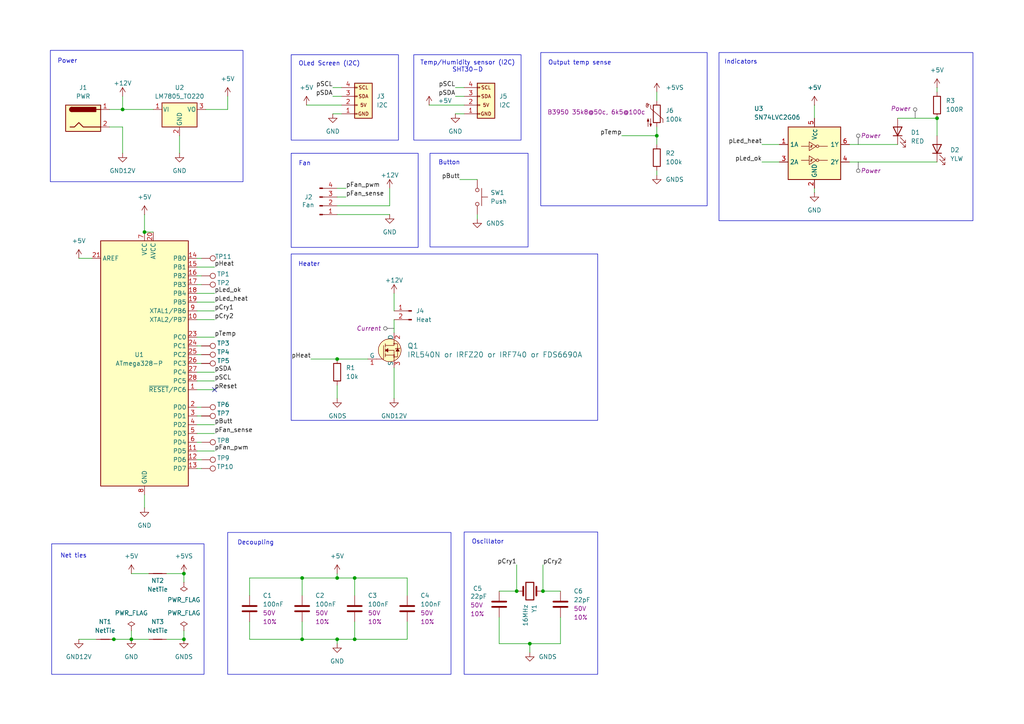
<source format=kicad_sch>
(kicad_sch (version 20231120) (generator "eeschema") (generator_version "8.0")
  (paper "A4")
  (lib_symbols
    (symbol "74xGxx:SN74LVC2G14DBV"
      (property "Reference" "U" (at 2.54 12.7 0))
      (property "Value" "SN74LVC2G14DBV" (at 2.54 10.16 0))
      (symbol "SN74LVC2G14DBV_1_1"
        (rectangle (start -7.62 7.62) (end 7.62 -7.62) (stroke (width 0.254)) (fill (type background)))
        (polyline (pts (xy -1.524 -2.032) (xy -3.81 -2.032)))
        (polyline (pts (xy -1.524 2.032) (xy -3.81 2.032)))
        (polyline (pts (xy -0.762 -1.778) (xy -0.508 -1.778)))
        (polyline (pts (xy -0.762 2.286) (xy -0.508 2.286)))
        (polyline (pts (xy 1.27 -2.032) (xy 3.81 -2.032)))
        (polyline (pts (xy 1.27 2.032) (xy 3.81 2.032)))
        (polyline (pts (xy -1.524 -0.762) (xy 0.508 -2.032) (xy -1.524 -3.302) (xy -1.524 -0.762)))
        (polyline (pts (xy -1.524 3.302) (xy 0.508 2.032) (xy -1.524 0.762) (xy -1.524 3.302)))
        (polyline (pts (xy -1.016 -2.286) (xy -1.016 -1.778) (xy -0.762 -1.778) (xy -0.762 -2.286) (xy -1.27 -2.286)))
        (polyline (pts (xy -1.016 1.778) (xy -1.016 2.286) (xy -0.762 2.286) (xy -0.762 1.778) (xy -1.27 1.778)))
        (circle (center 0.889 -2.032) (radius 0.381))
        (circle (center 0.889 2.032) (radius 0.381))
        (pin input line (at -10.16 2.54 0) (length 2.54) (name "1A") (number "1"))
        (pin power_in line (at 0 -10.16 90) (length 2.54) (name "GND") (number "2"))
        (pin input line (at -10.16 -2.54 0) (length 2.54) (name "2A") (number "3"))
        (pin output line (at 10.16 -2.54 180) (length 2.54) (name "2Y") (number "4"))
        (pin power_in line (at 0 10.16 270) (length 2.54) (name "V_{CC}") (number "5"))
        (pin output line (at 10.16 2.54 180) (length 2.54) (name "1Y") (number "6"))
      )
    )
    (symbol "Connector:Barrel_Jack" (pin_names (offset 1.016))
      (property "Reference" "J4" (at 0 8.89 0))
      (property "Value" "Barrel_Jack" (at 0 6.35 0))
      (symbol "Barrel_Jack_0_1"
        (rectangle (start -5.08 3.81) (end 5.08 -3.81) (stroke (width 0.254)) (fill (type background)))
        (arc (start -3.302 3.175) (mid -3.9343 2.54) (end -3.302 1.905) (stroke (width 0.254)))
        (arc (start -3.302 3.175) (mid -3.9343 2.54) (end -3.302 1.905) (stroke (width 0.254)) (fill (type outline)))
        (polyline (pts (xy 5.08 2.54) (xy 3.81 2.54)) (stroke (width 0.254)))
        (polyline (pts (xy -3.81 -2.54) (xy -2.54 -2.54) (xy -1.27 -1.27) (xy 0 -2.54) (xy 2.54 -2.54) (xy 5.08 -2.54)) (stroke (width 0.254)))
        (rectangle (start 3.683 3.175) (end -3.302 1.905) (stroke (width 0.254)) (fill (type outline)))
      )
      (symbol "Barrel_Jack_1_1"
        (pin power_out line (at 7.62 2.54 180) (length 2.54) (name "~") (number "1"))
        (pin power_out line (at 7.62 -2.54 180) (length 2.54) (name "~") (number "2"))
      )
    )
    (symbol "Connector:Conn_01x02_Pin" (pin_names (offset 1.016) hide)
      (property "Reference" "J" (at 0 2.54 0))
      (property "Value" "Conn_01x02_Pin" (at 0 -5.08 0))
      (symbol "Conn_01x02_Pin_1_1"
        (polyline (pts (xy 1.27 -2.54) (xy 0.8636 -2.54)) (stroke (width 0.1524)))
        (polyline (pts (xy 1.27 0) (xy 0.8636 0)) (stroke (width 0.1524)))
        (rectangle (start 0.8636 -2.413) (end 0 -2.667) (stroke (width 0.1524)) (fill (type outline)))
        (rectangle (start 0.8636 0.127) (end 0 -0.127) (stroke (width 0.1524)) (fill (type outline)))
        (pin passive line (at 5.08 0 180) (length 3.81) (name "Pin_1") (number "1"))
        (pin passive line (at 5.08 -2.54 180) (length 3.81) (name "Pin_2") (number "2"))
      )
    )
    (symbol "Connector:Conn_01x04_Pin" (pin_names (offset 1.016) hide)
      (property "Reference" "J" (at 0 5.08 0))
      (property "Value" "Conn_01x04_Pin" (at 0 -7.62 0))
      (symbol "Conn_01x04_Pin_1_1"
        (polyline (pts (xy 1.27 -5.08) (xy 0.8636 -5.08)) (stroke (width 0.1524)))
        (polyline (pts (xy 1.27 -2.54) (xy 0.8636 -2.54)) (stroke (width 0.1524)))
        (polyline (pts (xy 1.27 0) (xy 0.8636 0)) (stroke (width 0.1524)))
        (polyline (pts (xy 1.27 2.54) (xy 0.8636 2.54)) (stroke (width 0.1524)))
        (rectangle (start 0.8636 -4.953) (end 0 -5.207) (stroke (width 0.1524)) (fill (type outline)))
        (rectangle (start 0.8636 -2.413) (end 0 -2.667) (stroke (width 0.1524)) (fill (type outline)))
        (rectangle (start 0.8636 0.127) (end 0 -0.127) (stroke (width 0.1524)) (fill (type outline)))
        (rectangle (start 0.8636 2.667) (end 0 2.413) (stroke (width 0.1524)) (fill (type outline)))
        (pin passive line (at 5.08 2.54 180) (length 3.81) (name "Pin_1") (number "1"))
        (pin passive line (at 5.08 0 180) (length 3.81) (name "Pin_2") (number "2"))
        (pin passive line (at 5.08 -2.54 180) (length 3.81) (name "Pin_3") (number "3"))
        (pin passive line (at 5.08 -5.08 180) (length 3.81) (name "Pin_4") (number "4"))
      )
    )
    (symbol "Device:Crystal" (pin_numbers hide) (pin_names (offset 1.016) hide)
      (property "Reference" "Y" (at 0 3.81 0))
      (property "Value" "Crystal" (at 0 -3.81 0))
      (symbol "Crystal_0_1"
        (rectangle (start -1.143 2.54) (end 1.143 -2.54) (stroke (width 0.3048)))
        (polyline (pts (xy -2.54 0) (xy -1.905 0)))
        (polyline (pts (xy -1.905 -1.27) (xy -1.905 1.27)) (stroke (width 0.508)))
        (polyline (pts (xy 1.905 -1.27) (xy 1.905 1.27)) (stroke (width 0.508)))
        (polyline (pts (xy 2.54 0) (xy 1.905 0)))
      )
      (symbol "Crystal_1_1"
        (pin passive line (at -3.81 0 0) (length 1.27) (name "1") (number "1"))
        (pin passive line (at 3.81 0 180) (length 1.27) (name "2") (number "2"))
      )
    )
    (symbol "Device:NetTie_2" (pin_numbers hide) (pin_names (offset 0) hide) (in_bom no)
      (property "Reference" "NT" (at 0 1.27 0))
      (property "Value" "NetTie_2" (at 0 -1.27 0))
      (symbol "NetTie_2_0_1"
        (polyline (pts (xy -1.27 0) (xy 1.27 0)) (stroke (width 0.254)))
      )
      (symbol "NetTie_2_1_1"
        (pin passive line (at -2.54 0 0) (length 2.54) (name "1") (number "1"))
        (pin passive line (at 2.54 0 180) (length 2.54) (name "2") (number "2"))
      )
    )
    (symbol "Device:R" (pin_numbers hide) (pin_names (offset 0))
      (property "Reference" "R" (at 2.032 0 90))
      (property "Value" "R" (at 0 0 90))
      (symbol "R_0_1"
        (rectangle (start -1.016 -2.54) (end 1.016 2.54) (stroke (width 0.254)))
      )
      (symbol "R_1_1"
        (pin passive line (at 0 3.81 270) (length 1.27) (name "~") (number "1"))
        (pin passive line (at 0 -3.81 90) (length 1.27) (name "~") (number "2"))
      )
    )
    (symbol "Device:Thermistor_NTC" (pin_numbers hide) (pin_names (offset 0))
      (property "Reference" "TH" (at -4.445 0 90))
      (property "Value" "Thermistor_NTC" (at 3.175 0 90))
      (symbol "Thermistor_NTC_0_1"
        (arc (start -3.048 2.159) (mid -3.0495 2.3143) (end -3.175 2.413))
        (arc (start -3.048 2.159) (mid -2.9736 1.9794) (end -2.794 1.905))
        (arc (start -3.048 2.794) (mid -2.9736 2.6144) (end -2.794 2.54))
        (arc (start -2.794 1.905) (mid -2.6144 1.9794) (end -2.54 2.159))
        (arc (start -2.794 2.54) (mid -2.4393 2.5587) (end -2.159 2.794))
        (arc (start -2.794 3.048) (mid -2.9736 2.9736) (end -3.048 2.794))
        (arc (start -2.54 2.794) (mid -2.6144 2.9736) (end -2.794 3.048))
        (rectangle (start -1.016 2.54) (end 1.016 -2.54) (stroke (width 0.254)))
        (polyline (pts (xy -2.54 2.159) (xy -2.54 2.794)))
        (polyline (pts (xy -1.778 2.54) (xy -1.778 1.524) (xy 1.778 -1.524) (xy 1.778 -2.54)))
        (polyline (pts (xy -2.54 -3.683) (xy -2.54 -1.397) (xy -2.794 -2.159) (xy -2.286 -2.159) (xy -2.54 -1.397) (xy -2.54 -1.651)) (fill (type outline)))
        (polyline (pts (xy -1.778 -1.397) (xy -1.778 -3.683) (xy -2.032 -2.921) (xy -1.524 -2.921) (xy -1.778 -3.683) (xy -1.778 -3.429)) (fill (type outline)))
      )
      (symbol "Thermistor_NTC_1_1"
        (pin passive line (at 0 3.81 270) (length 1.27) (name "~") (number "1"))
        (pin passive line (at 0 -3.81 90) (length 1.27) (name "~") (number "2"))
      )
    )
    (symbol "MCU_Microchip_ATmega:ATmega328-P"
      (property "Reference" "U" (at -12.7 36.83 0))
      (property "Value" "ATmega328-P" (at 2.54 -36.83 0))
      (symbol "ATmega328-P_0_1"
        (rectangle (start -12.7 -35.56) (end 12.7 35.56) (stroke (width 0.254)) (fill (type background)))
      )
      (symbol "ATmega328-P_1_1"
        (pin bidirectional line (at 15.24 -7.62 180) (length 2.54) (name "~{RESET}/PC6") (number "1"))
        (pin bidirectional line (at 15.24 12.7 180) (length 2.54) (name "XTAL2/PB7") (number "10"))
        (pin bidirectional line (at 15.24 -25.4 180) (length 2.54) (name "PD5") (number "11"))
        (pin bidirectional line (at 15.24 -27.94 180) (length 2.54) (name "PD6") (number "12"))
        (pin bidirectional line (at 15.24 -30.48 180) (length 2.54) (name "PD7") (number "13"))
        (pin bidirectional line (at 15.24 30.48 180) (length 2.54) (name "PB0") (number "14"))
        (pin bidirectional line (at 15.24 27.94 180) (length 2.54) (name "PB1") (number "15"))
        (pin bidirectional line (at 15.24 25.4 180) (length 2.54) (name "PB2") (number "16"))
        (pin bidirectional line (at 15.24 22.86 180) (length 2.54) (name "PB3") (number "17"))
        (pin bidirectional line (at 15.24 20.32 180) (length 2.54) (name "PB4") (number "18"))
        (pin bidirectional line (at 15.24 17.78 180) (length 2.54) (name "PB5") (number "19"))
        (pin bidirectional line (at 15.24 -12.7 180) (length 2.54) (name "PD0") (number "2"))
        (pin power_in line (at 2.54 38.1 270) (length 2.54) (name "AVCC") (number "20"))
        (pin passive line (at -15.24 30.48 0) (length 2.54) (name "AREF") (number "21"))
        (pin passive line (at 0 -38.1 90) (length 2.54) hide (name "GND") (number "22"))
        (pin bidirectional line (at 15.24 7.62 180) (length 2.54) (name "PC0") (number "23"))
        (pin bidirectional line (at 15.24 5.08 180) (length 2.54) (name "PC1") (number "24"))
        (pin bidirectional line (at 15.24 2.54 180) (length 2.54) (name "PC2") (number "25"))
        (pin bidirectional line (at 15.24 0 180) (length 2.54) (name "PC3") (number "26"))
        (pin bidirectional line (at 15.24 -2.54 180) (length 2.54) (name "PC4") (number "27"))
        (pin bidirectional line (at 15.24 -5.08 180) (length 2.54) (name "PC5") (number "28"))
        (pin bidirectional line (at 15.24 -15.24 180) (length 2.54) (name "PD1") (number "3"))
        (pin bidirectional line (at 15.24 -17.78 180) (length 2.54) (name "PD2") (number "4"))
        (pin bidirectional line (at 15.24 -20.32 180) (length 2.54) (name "PD3") (number "5"))
        (pin bidirectional line (at 15.24 -22.86 180) (length 2.54) (name "PD4") (number "6"))
        (pin power_in line (at 0 38.1 270) (length 2.54) (name "VCC") (number "7"))
        (pin power_in line (at 0 -38.1 90) (length 2.54) (name "GND") (number "8"))
        (pin bidirectional line (at 15.24 15.24 180) (length 2.54) (name "XTAL1/PB6") (number "9"))
      )
    )
    (symbol "Regulator_Linear:LM7805_TO220" (pin_names (offset 0.254))
      (property "Reference" "U" (at -3.81 3.175 0))
      (property "Value" "LM7805_TO220" (at 0 3.175 0))
      (symbol "LM7805_TO220_0_1"
        (rectangle (start -5.08 1.905) (end 5.08 -5.08) (stroke (width 0.254)) (fill (type background)))
      )
      (symbol "LM7805_TO220_1_1"
        (pin power_in line (at -7.62 0 0) (length 2.54) (name "VI") (number "1"))
        (pin power_in line (at 0 -7.62 90) (length 2.54) (name "GND") (number "2"))
        (pin power_out line (at 7.62 0 180) (length 2.54) (name "VO") (number "3"))
      )
    )
    (symbol "SparkFun-Capacitor:22uF_1206_50V_10%" (pin_numbers hide) (pin_names (offset 0.254))
      (property "Reference" "C" (at 0.635 2.54 0))
      (property "Value" "22uF" (at 0.635 -2.54 0))
      (property "Voltage" "50V" (at 0 -6.35 0))
      (property "Tolerance" "10%" (at 0 -8.89 0))
      (symbol "22uF_1206_50V_10%_0_1"
        (polyline (pts (xy -2.032 -0.762) (xy 2.032 -0.762)) (stroke (width 0.508)))
        (polyline (pts (xy -2.032 0.762) (xy 2.032 0.762)) (stroke (width 0.508)))
      )
      (symbol "22uF_1206_50V_10%_1_1"
        (pin passive line (at 0 3.81 270) (length 2.794) (name "~") (number "1"))
        (pin passive line (at 0 -3.81 90) (length 2.794) (name "~") (number "2"))
      )
    )
    (symbol "SparkFun-Connector:I2C_01x04" (pin_names (offset 1.016) hide)
      (property "Reference" "J1" (at 5.08 0.0001 0))
      (property "Value" "I2C" (at 5.08 -2.5399 0))
      (symbol "I2C_01x04_1_1"
        (rectangle (start -1.27 -4.953) (end -0.508 -5.207) (stroke (width 0.1524)))
        (rectangle (start -1.27 -2.413) (end -0.508 -2.667) (stroke (width 0.1524)))
        (rectangle (start -1.27 0.127) (end -0.508 -0.127) (stroke (width 0.1524)))
        (rectangle (start -1.27 2.667) (end -0.508 2.413) (stroke (width 0.1524)))
        (rectangle (start -1.27 3.81) (end 3.81 -6.35) (stroke (width 0.254)) (fill (type background)))
        (text "5V" (at 1.27 -2.54 0) (effects (font (size 1 1))))
        (text "GND" (at 1.27 -5.08 0) (effects (font (size 1 1))))
        (text "SCL" (at 1.27 2.54 0) (effects (font (size 1 1))))
        (text "SDA" (at 1.27 0 0) (effects (font (size 1 1))))
        (pin passive line (at -5.08 -5.08 0) (length 3.81) (name "Pin_1") (number "1"))
        (pin passive line (at -5.08 -2.54 0) (length 3.81) (name "Pin_2") (number "2"))
        (pin passive line (at -5.08 0 0) (length 3.81) (name "Pin_3") (number "3"))
        (pin passive line (at -5.08 2.54 0) (length 3.81) (name "Pin_4") (number "4"))
      )
    )
    (symbol "SparkFun-Connector:TestPoint_PTH" (pin_numbers hide) (pin_names (offset 0.762) hide)
      (property "Reference" "TP" (at 0 5.08 0))
      (symbol "TestPoint_PTH_0_1"
        (circle (center 0 3.302) (radius 0.762))
      )
      (symbol "TestPoint_PTH_1_1"
        (pin passive line (at 0 0 90) (length 2.54) (name "1") (number "1"))
      )
    )
    (symbol "SparkFun-LED:LED" (pin_numbers hide) (pin_names (offset 1.016) hide)
      (property "Reference" "D" (at 0 2.54 0))
      (property "Value" "LED" (at 0 -2.54 0))
      (symbol "LED_0_1"
        (polyline (pts (xy -1.27 -1.27) (xy -1.27 1.27)) (stroke (width 0.254)))
        (polyline (pts (xy -1.27 0) (xy 1.27 0)))
        (polyline (pts (xy 1.27 -1.27) (xy 1.27 1.27) (xy -1.27 0) (xy 1.27 -1.27)) (stroke (width 0.254)))
        (polyline (pts (xy -3.048 -0.762) (xy -4.572 -2.286) (xy -3.81 -2.286) (xy -4.572 -2.286) (xy -4.572 -1.524)))
        (polyline (pts (xy -1.778 -0.762) (xy -3.302 -2.286) (xy -2.54 -2.286) (xy -3.302 -2.286) (xy -3.302 -1.524)))
      )
      (symbol "LED_1_1"
        (pin passive line (at -3.81 0 0) (length 2.54) (name "K") (number "1"))
        (pin passive line (at 3.81 0 180) (length 2.54) (name "A") (number "2"))
      )
    )
    (symbol "SparkFun-PowerSymbol:12V" (power) (pin_names (offset 0))
      (property "Value" "12V" (at 0 3.81 0))
      (symbol "12V_0_1"
        (polyline (pts (xy -0.762 1.27) (xy 0 2.54)))
        (polyline (pts (xy 0 0) (xy 0 2.54)))
        (polyline (pts (xy 0 2.54) (xy 0.762 1.27)))
      )
      (symbol "12V_1_1"
        (pin power_in line (at 0 0 90) (length 0) hide (name "12V") (number "1"))
      )
    )
    (symbol "Switch:SW_Push" (pin_numbers hide) (pin_names (offset 1.016) hide)
      (property "Reference" "SW" (at 1.27 2.54 0))
      (property "Value" "SW_Push" (at 0 -1.524 0))
      (symbol "SW_Push_0_1"
        (circle (center -2.032 0) (radius 0.508))
        (polyline (pts (xy 0 1.27) (xy 0 3.048)))
        (polyline (pts (xy 2.54 1.27) (xy -2.54 1.27)))
        (circle (center 2.032 0) (radius 0.508))
        (pin passive line (at -5.08 0 0) (length 2.54) (name "1") (number "1"))
        (pin passive line (at 5.08 0 180) (length 2.54) (name "2") (number "2"))
      )
    )
    (symbol "TestPoint_PTH_1" (pin_numbers hide) (pin_names (offset 0.762) hide)
      (property "Reference" "TP" (at 0 5.08 0))
      (symbol "TestPoint_PTH_1_0_1"
        (circle (center 0 3.302) (radius 0.762))
      )
      (symbol "TestPoint_PTH_1_1_1"
        (pin passive line (at 0 0 90) (length 2.54) (name "1") (number "1"))
      )
    )
    (symbol "dk_Transistors-FETs-MOSFETs-Single:IRF540NPBF" (pin_names (offset 0))
      (property "Reference" "Q" (at -2.6924 3.6322 0))
      (property "Value" "IRF540NPBF" (at 3.4544 0 90))
      (symbol "IRF540NPBF_0_1"
        (circle (center -1.27 0) (radius 3.302) (fill (type background)))
        (circle (center 0 -1.905) (radius 0.127))
        (circle (center 0 -1.397) (radius 0.127))
        (polyline (pts (xy 0 -1.397) (xy -2.54 -1.397)))
        (polyline (pts (xy 0.508 0.508) (xy 0.3556 0.3556)))
        (polyline (pts (xy 1.524 0.508) (xy 1.7272 0.6604)))
        (polyline (pts (xy -5.08 -2.54) (xy -3.048 -2.54) (xy -3.048 1.397)))
        (polyline (pts (xy 0 -2.54) (xy 0 0) (xy -2.54 0)))
        (polyline (pts (xy 0 2.54) (xy 0 1.397) (xy -2.54 1.397)))
        (polyline (pts (xy -0.127 -1.905) (xy 1.016 -1.905) (xy 1.016 1.397) (xy 1.016 1.905) (xy -0.127 1.905)))
        (circle (center 0 1.905) (radius 0.127))
      )
      (symbol "IRF540NPBF_1_1"
        (polyline (pts (xy -2.54 -1.397) (xy -2.54 -1.905)))
        (polyline (pts (xy -2.54 -1.397) (xy -2.54 -0.889)))
        (polyline (pts (xy -2.54 0) (xy -2.54 -0.508)))
        (polyline (pts (xy -2.54 0) (xy -2.54 0.508)))
        (polyline (pts (xy -2.54 1.905) (xy -2.54 0.889)))
        (polyline (pts (xy 1.524 0.508) (xy 0.508 0.508)))
        (polyline (pts (xy -2.54 0) (xy -1.778 0.508) (xy -1.778 -0.508) (xy -2.54 0)) (fill (type outline)))
        (polyline (pts (xy 1.016 0.508) (xy 0.508 -0.254) (xy 1.524 -0.254) (xy 1.016 0.508)) (fill (type outline)))
        (pin bidirectional line (at -7.62 -2.54 0) (length 2.54) (name "G") (number "1"))
        (pin bidirectional line (at 0 5.08 270) (length 2.54) (name "D") (number "2"))
        (pin bidirectional line (at 0 -5.08 90) (length 2.54) (name "S") (number "3"))
      )
    )
    (symbol "power:+5V" (power) (pin_numbers hide) (pin_names (offset 0) hide)
      (property "Value" "+5V" (at 0 3.556 0))
      (symbol "+5V_0_1"
        (polyline (pts (xy -0.762 1.27) (xy 0 2.54)))
        (polyline (pts (xy 0 0) (xy 0 2.54)))
        (polyline (pts (xy 0 2.54) (xy 0.762 1.27)))
      )
      (symbol "+5V_1_1"
        (pin power_in line (at 0 0 90) (length 0) (name "~") (number "1"))
      )
    )
    (symbol "power:GND" (power) (pin_numbers hide) (pin_names (offset 0) hide)
      (property "Value" "GND" (at 0 -3.81 0))
      (symbol "GND_0_1"
        (polyline (pts (xy 0 0) (xy 0 -1.27) (xy 1.27 -1.27) (xy 0 -2.54) (xy -1.27 -1.27) (xy 0 -1.27)))
      )
      (symbol "GND_1_1"
        (pin power_in line (at 0 0 270) (length 0) (name "~") (number "1"))
      )
    )
    (symbol "power:PWR_FLAG" (power) (pin_numbers hide) (pin_names (offset 0) hide)
      (property "Value" "PWR_FLAG" (at 0 3.81 0))
      (symbol "PWR_FLAG_0_0"
        (pin power_out line (at 0 0 90) (length 0) (name "~") (number "1"))
      )
      (symbol "PWR_FLAG_0_1"
        (polyline (pts (xy 0 0) (xy 0 1.27) (xy -1.016 1.905) (xy 0 2.54) (xy 1.016 1.905) (xy 0 1.27)))
      )
    )
  )
  (junction (at 97.79 167.64))
  (junction (at 35.56 31.75))
  (junction (at 87.63 185.42))
  (junction (at 33.02 185.42))
  (junction (at 149.86 171.45))
  (junction (at 38.1 185.42))
  (junction (at 153.67 186.69))
  (junction (at 53.34 166.37))
  (junction (at 102.87 185.42))
  (junction (at 97.79 104.14))
  (junction (at 53.34 185.42))
  (junction (at 41.91 67.31))
  (junction (at 87.63 167.64))
  (junction (at 157.48 171.45))
  (junction (at 271.78 34.29))
  (junction (at 190.5 39.37))
  (junction (at 97.79 185.42))
  (junction (at 102.87 167.64))
  (no_connect (at 62.23 113.03))
  (wire (pts (xy 236.22 55.88) (xy 236.22 54.61)))
  (wire (pts (xy 157.48 163.83) (xy 157.48 171.45)))
  (wire (pts (xy 114.3 106.68) (xy 114.3 115.57)))
  (wire (pts (xy 35.56 36.83) (xy 35.56 44.45)))
  (wire (pts (xy 90.17 104.14) (xy 97.79 104.14)))
  (wire (pts (xy 144.78 171.45) (xy 149.86 171.45)))
  (wire (pts (xy 97.79 186.69) (xy 97.79 185.42)))
  (wire (pts (xy 124.46 30.48) (xy 134.62 30.48)))
  (wire (pts (xy 102.87 167.64) (xy 118.11 167.64)))
  (wire (pts (xy 57.15 130.81) (xy 62.23 130.81)))
  (wire (pts (xy 236.22 34.29) (xy 236.22 30.48)))
  (wire (pts (xy 87.63 167.64) (xy 72.39 167.64)))
  (wire (pts (xy 57.15 80.01) (xy 58.42 80.01)))
  (wire (pts (xy 53.34 182.88) (xy 53.34 185.42)))
  (wire (pts (xy 102.87 185.42) (xy 97.79 185.42)))
  (wire (pts (xy 246.38 41.91) (xy 260.35 41.91)))
  (wire (pts (xy 149.86 163.83) (xy 149.86 171.45)))
  (wire (pts (xy 114.3 85.09) (xy 114.3 90.17)))
  (wire (pts (xy 220.98 46.99) (xy 226.06 46.99)))
  (wire (pts (xy 57.15 120.65) (xy 58.42 120.65)))
  (wire (pts (xy 180.34 39.37) (xy 190.5 39.37)))
  (wire (pts (xy 271.78 25.4) (xy 271.78 26.67)))
  (wire (pts (xy 132.08 25.4) (xy 134.62 25.4)))
  (wire (pts (xy 57.15 110.49) (xy 62.23 110.49)))
  (wire (pts (xy 246.38 46.99) (xy 271.78 46.99)))
  (wire (pts (xy 153.67 189.23) (xy 153.67 186.69)))
  (wire (pts (xy 133.35 52.07) (xy 138.43 52.07)))
  (wire (pts (xy 113.03 62.23) (xy 97.79 62.23)))
  (wire (pts (xy 41.91 143.51) (xy 41.91 147.32)))
  (wire (pts (xy 35.56 27.94) (xy 35.56 31.75)))
  (wire (pts (xy 57.15 125.73) (xy 62.23 125.73)))
  (wire (pts (xy 118.11 185.42) (xy 102.87 185.42)))
  (wire (pts (xy 57.15 113.03) (xy 62.23 113.03)))
  (wire (pts (xy 96.52 27.94) (xy 99.06 27.94)))
  (wire (pts (xy 114.3 92.71) (xy 114.3 96.52)))
  (wire (pts (xy 144.78 186.69) (xy 153.67 186.69)))
  (wire (pts (xy 87.63 185.42) (xy 97.79 185.42)))
  (wire (pts (xy 97.79 167.64) (xy 87.63 167.64)))
  (wire (pts (xy 190.5 49.53) (xy 190.5 50.8)))
  (wire (pts (xy 97.79 111.76) (xy 97.79 115.57)))
  (wire (pts (xy 53.34 166.37) (xy 53.34 168.91)))
  (wire (pts (xy 132.08 27.94) (xy 134.62 27.94)))
  (wire (pts (xy 97.79 104.14) (xy 106.68 104.14)))
  (wire (pts (xy 190.5 39.37) (xy 190.5 41.91)))
  (wire (pts (xy 113.03 59.69) (xy 97.79 59.69)))
  (wire (pts (xy 66.04 31.75) (xy 59.69 31.75)))
  (wire (pts (xy 162.56 186.69) (xy 153.67 186.69)))
  (wire (pts (xy 57.15 135.89) (xy 58.42 135.89)))
  (wire (pts (xy 57.15 102.87) (xy 58.42 102.87)))
  (wire (pts (xy 57.15 97.79) (xy 62.23 97.79)))
  (wire (pts (xy 41.91 67.31) (xy 44.45 67.31)))
  (wire (pts (xy 31.75 185.42) (xy 33.02 185.42)))
  (wire (pts (xy 88.9 30.48) (xy 99.06 30.48)))
  (wire (pts (xy 157.48 171.45) (xy 162.56 171.45)))
  (wire (pts (xy 57.15 107.95) (xy 62.23 107.95)))
  (wire (pts (xy 72.39 180.34) (xy 72.39 185.42)))
  (wire (pts (xy 113.03 54.61) (xy 113.03 59.69)))
  (wire (pts (xy 57.15 118.11) (xy 58.42 118.11)))
  (wire (pts (xy 138.43 62.23) (xy 138.43 63.5)))
  (wire (pts (xy 72.39 167.64) (xy 72.39 172.72)))
  (wire (pts (xy 57.15 133.35) (xy 58.42 133.35)))
  (wire (pts (xy 260.35 34.29) (xy 271.78 34.29)))
  (wire (pts (xy 57.15 128.27) (xy 58.42 128.27)))
  (wire (pts (xy 132.08 33.02) (xy 134.62 33.02)))
  (wire (pts (xy 96.52 33.02) (xy 99.06 33.02)))
  (wire (pts (xy 190.5 36.83) (xy 190.5 39.37)))
  (wire (pts (xy 57.15 100.33) (xy 58.42 100.33)))
  (wire (pts (xy 57.15 85.09) (xy 62.23 85.09)))
  (wire (pts (xy 48.26 166.37) (xy 53.34 166.37)))
  (wire (pts (xy 57.15 82.55) (xy 58.42 82.55)))
  (wire (pts (xy 57.15 87.63) (xy 62.23 87.63)))
  (wire (pts (xy 144.78 179.07) (xy 144.78 186.69)))
  (wire (pts (xy 57.15 90.17) (xy 62.23 90.17)))
  (wire (pts (xy 41.91 62.23) (xy 41.91 67.31)))
  (wire (pts (xy 35.56 31.75) (xy 44.45 31.75)))
  (wire (pts (xy 220.98 41.91) (xy 226.06 41.91)))
  (wire (pts (xy 100.33 54.61) (xy 97.79 54.61)))
  (wire (pts (xy 57.15 74.93) (xy 58.42 74.93)))
  (wire (pts (xy 38.1 166.37) (xy 43.18 166.37)))
  (wire (pts (xy 190.5 26.67) (xy 190.5 29.21)))
  (wire (pts (xy 271.78 34.29) (xy 271.78 39.37)))
  (wire (pts (xy 38.1 185.42) (xy 43.18 185.42)))
  (wire (pts (xy 66.04 27.94) (xy 66.04 31.75)))
  (wire (pts (xy 22.86 74.93) (xy 26.67 74.93)))
  (wire (pts (xy 162.56 179.07) (xy 162.56 186.69)))
  (wire (pts (xy 97.79 167.64) (xy 102.87 167.64)))
  (wire (pts (xy 96.52 25.4) (xy 99.06 25.4)))
  (wire (pts (xy 48.26 185.42) (xy 53.34 185.42)))
  (wire (pts (xy 87.63 167.64) (xy 87.63 172.72)))
  (wire (pts (xy 102.87 180.34) (xy 102.87 185.42)))
  (wire (pts (xy 31.75 31.75) (xy 35.56 31.75)))
  (wire (pts (xy 57.15 92.71) (xy 62.23 92.71)))
  (wire (pts (xy 52.07 39.37) (xy 52.07 44.45)))
  (wire (pts (xy 97.79 166.37) (xy 97.79 167.64)))
  (wire (pts (xy 38.1 182.88) (xy 38.1 185.42)))
  (wire (pts (xy 100.33 57.15) (xy 97.79 57.15)))
  (wire (pts (xy 57.15 105.41) (xy 58.42 105.41)))
  (wire (pts (xy 57.15 123.19) (xy 62.23 123.19)))
  (wire (pts (xy 102.87 167.64) (xy 102.87 172.72)))
  (wire (pts (xy 33.02 185.42) (xy 38.1 185.42)))
  (wire (pts (xy 57.15 77.47) (xy 62.23 77.47)))
  (wire (pts (xy 35.56 36.83) (xy 31.75 36.83)))
  (wire (pts (xy 118.11 167.64) (xy 118.11 172.72)))
  (wire (pts (xy 118.11 180.34) (xy 118.11 185.42)))
  (wire (pts (xy 87.63 180.34) (xy 87.63 185.42)))
  (wire (pts (xy 22.86 185.42) (xy 27.94 185.42)))
  (wire (pts (xy 72.39 185.42) (xy 87.63 185.42)))
  (rectangle (start 84.455 15.875) (end 115.57 40.64))
  (rectangle (start 124.714 44.45) (end 153.162 71.628))
  (rectangle (start 84.455 73.66) (end 173.355 121.92))
  (rectangle (start 156.845 15.24) (end 205.105 59.69))
  (rectangle (start 120.015 15.875) (end 151.13 40.64))
  (rectangle (start 208.534 15.24) (end 282.194 64.008))
  (rectangle (start 14.605 14.605) (end 70.485 52.705))
  (rectangle (start 66.04 154.432) (end 130.81 195.58))
  (rectangle (start 14.986 157.734) (end 59.182 195.58))
  (rectangle (start 84.455 44.45) (end 121.285 71.755))
  (rectangle (start 134.62 154.305) (end 173.355 195.58))
  (text "Button" (at 130.302 47.244 0) (effects (font (size 1.27 1.27))))
  (text "Power" (at 19.558 17.78 0) (effects (font (size 1.27 1.27))))
  (text "Fan" (at 88.392 47.498 0) (effects (font (size 1.27 1.27))))
  (text "Net ties" (at 21.336 161.29 0) (effects (font (size 1.27 1.27))))
  (text "OLed Screen (I2C)" (at 95.504 18.542 0) (effects (font (size 1.27 1.27))))
  (text "Decoupling" (at 74.168 157.48 0) (effects (font (size 1.27 1.27))))
  (text "Heater\n" (at 89.662 76.708 0) (effects (font (size 1.27 1.27))))
  (text "Indicators" (at 214.884 18.034 0) (effects (font (size 1.27 1.27))))
  (text "Oscillator" (at 141.478 157.226 0) (effects (font (size 1.27 1.27))))
  (text "Temp/Humidity sensor (I2C)\nSHT30-D" (at 135.636 19.304 0) (effects (font (size 1.27 1.27))))
  (text "Output temp sense" (at 168.148 18.288 0) (effects (font (size 1.27 1.27))))
  (label "pFan_sense" (at 100.33 57.15 0))
  (label "pSDA" (at 96.52 27.94 180))
  (label "pLed_ok" (at 62.23 85.09 0))
  (label "pCry2" (at 157.48 163.83 0))
  (label "pCry2" (at 62.23 92.71 0))
  (label "pFan_sense" (at 62.23 125.73 0))
  (label "pCry1" (at 62.23 90.17 0))
  (label "pTemp" (at 62.23 97.79 0))
  (label "pButt" (at 62.23 123.19 0))
  (label "pSCL" (at 132.08 25.4 180))
  (label "pHeat" (at 90.17 104.14 180))
  (label "pTemp" (at 180.34 39.37 180))
  (label "pHeat" (at 62.23 77.47 0))
  (label "pSDA" (at 132.08 27.94 180))
  (label "pSCL" (at 62.23 110.49 0))
  (label "pSDA" (at 62.23 107.95 0))
  (label "pLed_heat" (at 62.23 87.63 0))
  (label "pReset" (at 62.23 113.03 0))
  (label "pFan_pwm" (at 62.23 130.81 0))
  (label "pCry1" (at 149.86 163.83 180))
  (label "pButt" (at 133.35 52.07 180))
  (label "pLed_ok" (at 220.98 46.99 180))
  (label "pFan_pwm" (at 100.33 54.61 0))
  (label "pSCL" (at 96.52 25.4 180))
  (label "pLed_heat" (at 220.98 41.91 180))
  (netclass_flag "" (length 2.54) (shape round) (at 265.43 34.29 0) (property "Netclass" "Power" (at 258.318 31.496 0) (effects (font (italic yes)) (justify left))))
  (netclass_flag "" (length 2.54) (shape round) (at 114.3 95.25 90) (property "Netclass" "Current" (at 103.378 95.25 0) (effects (font (italic yes)) (justify left))))
  (netclass_flag "" (length 2.54) (shape round) (at 248.92 41.91 0) (property "Netclass" "Power" (at 249.6185 39.37 0) (effects (font (italic yes)) (justify left))))
  (netclass_flag "" (length 2.54) (shape round) (at 248.92 46.99 180) (property "Netclass" "Power" (at 249.6185 49.53 0) (effects (font (italic yes)) (justify left))))
  (symbol (lib_id "power:+5V") (at 236.22 30.48 0) (unit 1)
    (property "Reference" "#PWR028" (effects (hide yes)))
    (property "Value" "+5V" (at 236.22 25.4 0))
    (property "Description" "Power symbol creates a global label with name \"+5V\"" (effects (hide yes)))
  )
  (symbol (lib_id "power:GND") (at 96.52 33.02 0) (unit 1)
    (property "Reference" "#PWR014" (effects (hide yes)))
    (property "Value" "GND" (at 96.52 38.1 0))
    (property "Description" "Power symbol creates a global label with name \"GND\" , ground" (effects (hide yes)))
  )
  (symbol (lib_id "SparkFun-Connector:TestPoint_PTH") (at 58.42 118.11 270) (unit 1)
    (property "Reference" "TP6" (at 64.77 117.348 90))
    (property "Value" "PD0" (effects (hide yes)))
    (property "Footprint" "SparkFun-Connector:1x01" (effects (hide yes)))
    (property "Description" "Test Point" (effects (hide yes)))
  )
  (symbol (lib_id "Switch:SW_Push") (at 138.43 57.15 270) (mirror x) (unit 1)
    (property "Reference" "SW1" (at 142.24 55.8799 90) (effects (justify left)))
    (property "Value" "Push" (at 142.24 58.4199 90) (effects (justify left)))
    (property "Footprint" "SparkFun-Switch:Push_SMD_6.2x6.2mm" (effects (hide yes)))
    (property "Description" "Push button switch, generic, two pins" (effects (hide yes)))
  )
  (symbol (lib_id "power:GND") (at 97.79 115.57 0) (unit 1)
    (property "Reference" "#PWR015" (effects (hide yes)))
    (property "Value" "GNDS" (at 95.25 120.65 0) (effects (justify left)))
    (property "Description" "Power symbol creates a global label with name \"GND\" , ground" (effects (hide yes)))
  )
  (symbol (lib_id "SparkFun-Connector:TestPoint_PTH") (at 58.42 74.93 270) (unit 1)
    (property "Reference" "TP11" (at 64.77 74.422 90))
    (property "Value" "PB2" (effects (hide yes)))
    (property "Footprint" "SparkFun-Connector:1x01" (effects (hide yes)))
    (property "Description" "Test Point" (effects (hide yes)))
  )
  (symbol (lib_id "Regulator_Linear:LM7805_TO220") (at 52.07 31.75 0) (unit 1)
    (property "Reference" "U2" (at 52.07 25.4 0))
    (property "Value" "LM7805_TO220" (at 52.07 27.94 0))
    (property "Footprint" "Package_TO_SOT_THT:TO-220-3_Vertical" (effects (hide yes)))
    (property "Datasheet" "https://www.onsemi.cn/PowerSolutions/document/MC7800-D.PDF" (effects (hide yes)))
    (property "Description" "Positive 1A 35V Linear Regulator, Fixed Output 5V, TO-220" (effects (hide yes)))
  )
  (symbol (lib_id "Device:Crystal") (at 153.67 171.45 0) (unit 1)
    (property "Reference" "Y1" (at 154.9401 175.26 90) (effects (justify right)))
    (property "Value" "16MHz" (at 152.4001 175.26 90) (effects (justify right)))
    (property "Footprint" "Crystal:Crystal_HC49-U_Vertical" (effects (hide yes)))
    (property "Description" "Two pin crystal" (effects (hide yes)))
  )
  (symbol (lib_id "power:+5V") (at 22.86 74.93 0) (unit 1)
    (property "Reference" "#PWR01" (effects (hide yes)))
    (property "Value" "+5V" (at 22.86 69.85 0))
    (property "Description" "Power symbol creates a global label with name \"+5V\"" (effects (hide yes)))
  )
  (symbol (lib_id "SparkFun-Capacitor:22uF_1206_50V_10%") (at 144.78 175.26 0) (unit 1)
    (property "Reference" "C5" (at 137.16 170.688 0) (effects (justify left)))
    (property "Value" "22pF" (at 136.398 172.974 0) (effects (justify left)))
    (property "Footprint" "SparkFun-Capacitor:C_1206_3216Metric" (effects (hide yes)))
    (property "Datasheet" "https://mm.digikey.com/Volume0/opasdata/d220001/medias/docus/658/CL31A106KBHNNNE_Spec.pdf" (effects (hide yes)))
    (property "Description" "Unpolarized capacitor" (effects (hide yes)))
    (property "PROD_ID" "CAP-15263" (effects (hide yes)))
    (property "Voltage" "50V" (at 136.398 175.514 0) (effects (justify left)))
    (property "Tolerance" "10%" (at 136.398 178.054 0) (effects (justify left)))
  )
  (symbol (lib_id "dk_Transistors-FETs-MOSFETs-Single:IRF540NPBF") (at 114.3 101.6 0) (unit 1)
    (property "Reference" "Q1" (at 118.11 100.3299 0) (effects (font (size 1.524 1.524)) (justify left)))
    (property "Value" "IRL540N or IRFZ20 or IRF740 or FDS6690A" (at 118.11 102.8699 0) (effects (font (size 1.524 1.524)) (justify left)))
    (property "Footprint" "digikey-footprints:TO-220-3" (effects (hide yes)))
    (property "Datasheet" "https://www.infineon.com/dgdl/irf540npbf.pdf?fileId=5546d462533600a4015355e39f0d19a1" (effects (hide yes)))
    (property "Description" "MOSFET N-CH ?V ?A TO-220AB" (effects (hide yes)))
    (property "Digi-Key_PN" "IRF540NPBF-ND" (effects (hide yes)))
    (property "MPN" "IRF540NPBF" (effects (hide yes)))
    (property "Category" "Discrete Semiconductor Products" (effects (hide yes)))
    (property "Family" "Transistors - FETs, MOSFETs - Single" (effects (hide yes)))
    (property "DK_Datasheet_Link" "https://www.infineon.com/dgdl/irf540npbf.pdf?fileId=5546d462533600a4015355e39f0d19a1" (effects (hide yes)))
    (property "DK_Detail_Page" "/product-detail/en/infineon-technologies/IRF540NPBF/IRF540NPBF-ND/811869" (effects (hide yes)))
    (property "Description_1" "MOSFET N-CH 100V 33A TO-220AB" (effects (hide yes)))
    (property "Manufacturer" "Infineon Technologies" (effects (hide yes)))
    (property "Status" "Active" (effects (hide yes)))
  )
  (symbol (lib_id "SparkFun-Capacitor:22uF_1206_50V_10%") (at 72.39 176.53 0) (unit 1)
    (property "Reference" "C1" (at 76.2 172.7199 0) (effects (justify left)))
    (property "Value" "100nF" (at 76.2 175.2599 0) (effects (justify left)))
    (property "Footprint" "SparkFun-Capacitor:C_1206_3216Metric" (effects (hide yes)))
    (property "Datasheet" "https://mm.digikey.com/Volume0/opasdata/d220001/medias/docus/658/CL31A106KBHNNNE_Spec.pdf" (effects (hide yes)))
    (property "Description" "Unpolarized capacitor" (effects (hide yes)))
    (property "PROD_ID" "CAP-15263" (effects (hide yes)))
    (property "Voltage" "50V" (at 76.2 177.7999 0) (effects (justify left)))
    (property "Tolerance" "10%" (at 76.2 180.3399 0) (effects (justify left)))
  )
  (symbol (lib_id "power:GND") (at 114.3 115.57 0) (unit 1)
    (property "Reference" "#PWR021" (effects (hide yes)))
    (property "Value" "GND12V" (at 114.3 120.65 0))
    (property "Description" "Power symbol creates a global label with name \"GND\" , ground" (effects (hide yes)))
  )
  (symbol (lib_id "power:PWR_FLAG") (at 53.34 168.91 180) (unit 1)
    (property "Reference" "#FLG02" (effects (hide yes)))
    (property "Value" "PWR_FLAG" (at 53.34 173.99 0))
    (property "Description" "Special symbol for telling ERC where power comes from" (effects (hide yes)))
  )
  (symbol (lib_id "SparkFun-Capacitor:22uF_1206_50V_10%") (at 162.56 175.26 180) (unit 1)
    (property "Reference" "C6" (at 166.37 171.4499 0) (effects (justify right)))
    (property "Value" "22pF" (at 166.37 173.9899 0) (effects (justify right)))
    (property "Footprint" "SparkFun-Capacitor:C_1206_3216Metric" (effects (hide yes)))
    (property "Datasheet" "https://mm.digikey.com/Volume0/opasdata/d220001/medias/docus/658/CL31A106KBHNNNE_Spec.pdf" (effects (hide yes)))
    (property "Description" "Unpolarized capacitor" (effects (hide yes)))
    (property "PROD_ID" "CAP-15263" (effects (hide yes)))
    (property "Voltage" "50V" (at 166.37 176.5299 0) (effects (justify right)))
    (property "Tolerance" "10%" (at 166.37 179.0699 0) (effects (justify right)))
  )
  (symbol (lib_id "power:+5V") (at 271.78 25.4 0) (unit 1)
    (property "Reference" "#PWR030" (effects (hide yes)))
    (property "Value" "+5V" (at 271.78 20.32 0))
    (property "Description" "Power symbol creates a global label with name \"+5V\"" (effects (hide yes)))
  )
  (symbol (lib_id "Device:R") (at 97.79 107.95 0) (unit 1)
    (property "Reference" "R1" (at 100.33 106.6799 0) (effects (justify left)))
    (property "Value" "10k" (at 100.33 109.2199 0) (effects (justify left)))
    (property "Footprint" "Resistor_SMD:R_1206_3216Metric" (effects (hide yes)))
    (property "Description" "Resistor" (effects (hide yes)))
  )
  (symbol (lib_id "SparkFun-Connector:I2C_01x04") (at 139.7 27.94 0) (unit 1)
    (property "Reference" "J5" (at 144.78 27.9399 0) (effects (justify left)))
    (property "Value" "I2C" (at 144.78 30.4799 0) (effects (justify left)))
    (property "Footprint" "Connector_JST:JST_XH_B4B-XH-A_1x04_P2.50mm_Vertical" (effects (hide yes)))
    (property "Description" "Coomon 4 pin PTH connector for I2C" (effects (hide yes)))
  )
  (symbol (lib_id "SparkFun-Connector:TestPoint_PTH") (at 58.42 128.27 270) (unit 1)
    (property "Reference" "TP8" (at 64.77 127.762 90))
    (property "Value" "PD4" (effects (hide yes)))
    (property "Footprint" "SparkFun-Connector:1x01" (effects (hide yes)))
    (property "Description" "Test Point" (effects (hide yes)))
  )
  (symbol (lib_id "power:PWR_FLAG") (at 53.34 182.88 0) (unit 1)
    (property "Reference" "#FLG03" (effects (hide yes)))
    (property "Value" "PWR_FLAG" (at 53.34 177.8 0))
    (property "Description" "Special symbol for telling ERC where power comes from" (effects (hide yes)))
  )
  (symbol (lib_id "power:+5V") (at 190.5 26.67 0) (unit 1)
    (property "Reference" "#PWR026" (effects (hide yes)))
    (property "Value" "+5VS" (at 193.04 25.3999 0) (effects (justify left)))
    (property "Description" "Power symbol creates a global label with name \"+5V\"" (effects (hide yes)))
  )
  (symbol (lib_id "power:GND") (at 52.07 44.45 0) (unit 1)
    (property "Reference" "#PWR09" (effects (hide yes)))
    (property "Value" "GND" (at 52.07 49.53 0))
    (property "Description" "Power symbol creates a global label with name \"GND\" , ground" (effects (hide yes)))
  )
  (symbol (lib_id "power:GND") (at 38.1 185.42 0) (unit 1)
    (property "Reference" "#PWR06" (effects (hide yes)))
    (property "Value" "GND" (at 38.1 190.5 0))
    (property "Description" "Power symbol creates a global label with name \"GND\" , ground" (effects (hide yes)))
  )
  (symbol (lib_id "power:GND") (at 153.67 189.23 0) (unit 1)
    (property "Reference" "#PWR025" (effects (hide yes)))
    (property "Value" "GNDS" (at 156.21 190.4999 0) (effects (justify left)))
    (property "Description" "Power symbol creates a global label with name \"GND\" , ground" (effects (hide yes)))
  )
  (symbol (lib_id "SparkFun-Connector:TestPoint_PTH") (at 58.42 102.87 270) (unit 1)
    (property "Reference" "TP4" (at 64.77 102.108 90))
    (property "Value" "PC2" (effects (hide yes)))
    (property "Footprint" "SparkFun-Connector:1x01" (effects (hide yes)))
    (property "Description" "Test Point" (effects (hide yes)))
  )
  (symbol (lib_id "Device:NetTie_2") (at 45.72 166.37 0) (unit 1) (in_bom no)
    (property "Reference" "NT2" (at 45.72 168.402 0))
    (property "Value" "NetTie" (at 45.72 170.942 0))
    (property "Footprint" "NetTie:NetTie-2_SMD_Pad0.5mm" (effects (hide yes)))
    (property "Description" "Net tie, 2 pins" (effects (hide yes)))
  )
  (symbol (lib_id "power:GND") (at 41.91 147.32 0) (unit 1)
    (property "Reference" "#PWR08" (effects (hide yes)))
    (property "Value" "GND" (at 41.91 152.4 0))
    (property "Description" "Power symbol creates a global label with name \"GND\" , ground" (effects (hide yes)))
  )
  (symbol (lib_id "SparkFun-PowerSymbol:12V") (at 113.03 54.61 0) (mirror y) (unit 1)
    (property "Reference" "#PWR018" (effects (hide yes)))
    (property "Value" "+12V" (at 113.03 50.8 0))
    (property "Description" "Power symbol creates a global label with name \"12V\"" (effects (hide yes)))
  )
  (symbol (lib_id "power:GND") (at 132.08 33.02 0) (unit 1)
    (property "Reference" "#PWR023" (effects (hide yes)))
    (property "Value" "GND" (at 132.08 38.1 0))
    (property "Description" "Power symbol creates a global label with name \"GND\" , ground" (effects (hide yes)))
  )
  (symbol (lib_id "SparkFun-Capacitor:22uF_1206_50V_10%") (at 87.63 176.53 0) (unit 1)
    (property "Reference" "C2" (at 91.44 172.7199 0) (effects (justify left)))
    (property "Value" "100nF" (at 91.44 175.2599 0) (effects (justify left)))
    (property "Footprint" "SparkFun-Capacitor:C_1206_3216Metric" (effects (hide yes)))
    (property "Datasheet" "https://mm.digikey.com/Volume0/opasdata/d220001/medias/docus/658/CL31A106KBHNNNE_Spec.pdf" (effects (hide yes)))
    (property "Description" "Unpolarized capacitor" (effects (hide yes)))
    (property "PROD_ID" "CAP-15263" (effects (hide yes)))
    (property "Voltage" "50V" (at 91.44 177.7999 0) (effects (justify left)))
    (property "Tolerance" "10%" (at 91.44 180.3399 0) (effects (justify left)))
  )
  (symbol (lib_id "Connector:Barrel_Jack") (at 24.13 34.29 0) (unit 1)
    (property "Reference" "J1" (at 24.13 25.4 0))
    (property "Value" "PWR" (at 24.13 27.94 0))
    (property "Footprint" "Connector_AMASS:AMASS_XT30U-M_1x02_P5.0mm_Vertical" (effects (hide yes)))
    (property "Description" "DC Barrel Jack" (effects (hide yes)))
  )
  (symbol (lib_id "MCU_Microchip_ATmega:ATmega328-P") (at 41.91 105.41 0) (unit 1)
    (property "Reference" "U1" (at 40.386 102.87 0))
    (property "Value" "ATmega328-P" (at 40.386 105.41 0))
    (property "Footprint" "Package_DIP:DIP-28_W7.62mm_Socket_LongPads" (effects (hide yes)))
    (property "Datasheet" "http://ww1.microchip.com/downloads/en/DeviceDoc/ATmega328_P%20AVR%20MCU%20with%20picoPower%20Technology%20Data%20Sheet%2040001984A.pdf" (effects (hide yes)))
    (property "Description" "20MHz, 32kB Flash, 2kB SRAM, 1kB EEPROM, DIP-28" (effects (hide yes)))
  )
  (symbol (lib_id "Device:Thermistor_NTC") (at 190.5 33.02 0) (unit 1)
    (property "Reference" "J6" (at 193.04 32.0674 0) (effects (justify left)))
    (property "Value" "100k" (at 193.04 34.6074 0) (effects (justify left)))
    (property "Footprint" "Connector_JST:JST_XH_B2B-XH-AM_1x02_P2.50mm_Vertical" (effects (hide yes)))
    (property "Description" "Temperature dependent resistor, negative temperature coefficient" (effects (hide yes)))
    (property "Notes" "B3950 35k8@50c, 6k5@100c" (at 172.974 32.512 0))
  )
  (symbol (lib_id "Device:NetTie_2") (at 45.72 185.42 0) (unit 1) (in_bom no)
    (property "Reference" "NT3" (at 45.72 180.34 0))
    (property "Value" "NetTie" (at 45.72 182.88 0))
    (property "Footprint" "NetTie:NetTie-2_SMD_Pad0.5mm" (effects (hide yes)))
    (property "Description" "Net tie, 2 pins" (effects (hide yes)))
  )
  (symbol (lib_id "Device:R") (at 190.5 45.72 0) (unit 1)
    (property "Reference" "R2" (at 193.04 44.4499 0) (effects (justify left)))
    (property "Value" "100k" (at 193.04 46.9899 0) (effects (justify left)))
    (property "Footprint" "Resistor_SMD:R_1206_3216Metric" (effects (hide yes)))
    (property "Description" "Resistor" (effects (hide yes)))
  )
  (symbol (lib_id "SparkFun-Connector:TestPoint_PTH") (at 58.42 135.89 270) (unit 1)
    (property "Reference" "TP10" (at 65.278 135.382 90))
    (property "Value" "PD7" (effects (hide yes)))
    (property "Footprint" "SparkFun-Connector:1x01" (effects (hide yes)))
    (property "Description" "Test Point" (effects (hide yes)))
  )
  (symbol (lib_name "TestPoint_PTH_1") (lib_id "SparkFun-Connector:TestPoint_PTH") (at 58.42 100.33 270) (unit 1)
    (property "Reference" "TP3" (at 64.77 99.568 90))
    (property "Value" "PC1" (effects (hide yes)))
    (property "Footprint" "SparkFun-Connector:1x01" (effects (hide yes)))
    (property "Description" "Test Point" (effects (hide yes)))
  )
  (symbol (lib_id "power:GND") (at 113.03 62.23 0) (mirror y) (unit 1)
    (property "Reference" "#PWR019" (effects (hide yes)))
    (property "Value" "GND" (at 113.03 67.31 0))
    (property "Description" "Power symbol creates a global label with name \"GND\" , ground" (effects (hide yes)))
  )
  (symbol (lib_id "SparkFun-Capacitor:22uF_1206_50V_10%") (at 102.87 176.53 0) (unit 1)
    (property "Reference" "C3" (at 106.68 172.7199 0) (effects (justify left)))
    (property "Value" "100nF" (at 106.68 175.2599 0) (effects (justify left)))
    (property "Footprint" "SparkFun-Capacitor:C_1206_3216Metric" (effects (hide yes)))
    (property "Datasheet" "https://mm.digikey.com/Volume0/opasdata/d220001/medias/docus/658/CL31A106KBHNNNE_Spec.pdf" (effects (hide yes)))
    (property "Description" "Unpolarized capacitor" (effects (hide yes)))
    (property "PROD_ID" "CAP-15263" (effects (hide yes)))
    (property "Voltage" "50V" (at 106.68 177.7999 0) (effects (justify left)))
    (property "Tolerance" "10%" (at 106.68 180.3399 0) (effects (justify left)))
  )
  (symbol (lib_id "Device:R") (at 271.78 30.48 0) (unit 1)
    (property "Reference" "R3" (at 274.32 29.2099 0) (effects (justify left)))
    (property "Value" "100R" (at 274.32 31.7499 0) (effects (justify left)))
    (property "Footprint" "Resistor_SMD:R_1206_3216Metric" (effects (hide yes)))
    (property "Description" "Resistor" (effects (hide yes)))
  )
  (symbol (lib_id "SparkFun-Connector:TestPoint_PTH") (at 58.42 82.55 270) (unit 1)
    (property "Reference" "TP2" (at 64.77 82.042 90))
    (property "Value" "PB3" (effects (hide yes)))
    (property "Footprint" "SparkFun-Connector:1x01" (effects (hide yes)))
    (property "Description" "Test Point" (effects (hide yes)))
  )
  (symbol (lib_id "power:PWR_FLAG") (at 38.1 182.88 0) (unit 1)
    (property "Reference" "#FLG01" (effects (hide yes)))
    (property "Value" "PWR_FLAG" (at 38.1 177.8 0))
    (property "Description" "Special symbol for telling ERC where power comes from" (effects (hide yes)))
  )
  (symbol (lib_id "power:+5V") (at 97.79 166.37 0) (unit 1)
    (property "Reference" "#PWR016" (effects (hide yes)))
    (property "Value" "+5V" (at 97.79 161.29 0))
    (property "Description" "Power symbol creates a global label with name \"+5V\"" (effects (hide yes)))
  )
  (symbol (lib_id "power:GND") (at 190.5 50.8 0) (unit 1)
    (property "Reference" "#PWR027" (effects (hide yes)))
    (property "Value" "GNDS" (at 193.04 52.0699 0) (effects (justify left)))
    (property "Description" "Power symbol creates a global label with name \"GND\" , ground" (effects (hide yes)))
  )
  (symbol (lib_id "SparkFun-Connector:TestPoint_PTH") (at 58.42 80.01 270) (unit 1)
    (property "Reference" "TP1" (at 64.77 79.502 90))
    (property "Value" "PB2" (effects (hide yes)))
    (property "Footprint" "SparkFun-Connector:1x01" (effects (hide yes)))
    (property "Description" "Test Point" (effects (hide yes)))
  )
  (symbol (lib_id "power:GND") (at 53.34 185.42 0) (unit 1)
    (property "Reference" "#PWR011" (effects (hide yes)))
    (property "Value" "GNDS" (at 53.34 190.5 0))
    (property "Description" "Power symbol creates a global label with name \"GND\" , ground" (effects (hide yes)))
  )
  (symbol (lib_id "74xGxx:SN74LVC2G14DBV") (at 236.22 44.45 0) (unit 1)
    (property "Reference" "U3" (at 218.694 31.496 0) (effects (justify left)))
    (property "Value" "SN74LVC2G06" (at 218.694 34.036 0) (effects (justify left)))
    (property "Footprint" "Package_TO_SOT_SMD:SOT-23-6" (effects (hide yes)))
    (property "Datasheet" "https://www.ti.com/lit/ds/symlink/sn74lvc2g14.pdf" (effects (hide yes)))
    (property "Description" "Dual schmitt inverter, VCC from 1.65 to 5.5 V, SOT-23" (effects (hide yes)))
  )
  (symbol (lib_id "SparkFun-Connector:I2C_01x04") (at 104.14 27.94 0) (unit 1)
    (property "Reference" "J3" (at 109.22 27.9399 0) (effects (justify left)))
    (property "Value" "I2C" (at 109.22 30.4799 0) (effects (justify left)))
    (property "Footprint" "Connector_JST:JST_XH_B4B-XH-A_1x04_P2.50mm_Vertical" (effects (hide yes)))
    (property "Description" "Coomon 4 pin PTH connector for I2C" (effects (hide yes)))
  )
  (symbol (lib_id "power:+5V") (at 53.34 166.37 0) (unit 1)
    (property "Reference" "#PWR010" (effects (hide yes)))
    (property "Value" "+5VS" (at 53.34 161.29 0))
    (property "Description" "Power symbol creates a global label with name \"+5V\"" (effects (hide yes)))
  )
  (symbol (lib_id "SparkFun-Capacitor:22uF_1206_50V_10%") (at 118.11 176.53 0) (unit 1)
    (property "Reference" "C4" (at 121.92 172.7199 0) (effects (justify left)))
    (property "Value" "100nF" (at 121.92 175.2599 0) (effects (justify left)))
    (property "Footprint" "SparkFun-Capacitor:C_1206_3216Metric" (effects (hide yes)))
    (property "Datasheet" "https://mm.digikey.com/Volume0/opasdata/d220001/medias/docus/658/CL31A106KBHNNNE_Spec.pdf" (effects (hide yes)))
    (property "Description" "Unpolarized capacitor" (effects (hide yes)))
    (property "PROD_ID" "CAP-15263" (effects (hide yes)))
    (property "Voltage" "50V" (at 121.92 177.7999 0) (effects (justify left)))
    (property "Tolerance" "10%" (at 121.92 180.3399 0) (effects (justify left)))
  )
  (symbol (lib_id "power:GND") (at 97.79 186.69 0) (unit 1)
    (property "Reference" "#PWR017" (effects (hide yes)))
    (property "Value" "GND" (at 97.79 191.77 0))
    (property "Description" "Power symbol creates a global label with name \"GND\" , ground" (effects (hide yes)))
  )
  (symbol (lib_id "power:+5V") (at 88.9 30.48 0) (unit 1)
    (property "Reference" "#PWR013" (effects (hide yes)))
    (property "Value" "+5V" (at 88.9 25.4 0))
    (property "Description" "Power symbol creates a global label with name \"+5V\"" (effects (hide yes)))
  )
  (symbol (lib_id "SparkFun-LED:LED") (at 260.35 38.1 90) (unit 1)
    (property "Reference" "D1" (at 264.16 38.4174 90) (effects (justify right)))
    (property "Value" "RED" (at 264.16 40.9574 90) (effects (justify right)))
    (property "Footprint" "LED_SMD:LED_1206_3216Metric" (effects (hide yes)))
    (property "Description" "Light emitting diode" (effects (hide yes)))
    (property "PROD_ID" "LED-" (effects (hide yes)))
  )
  (symbol (lib_id "power:+5V") (at 38.1 166.37 0) (unit 1)
    (property "Reference" "#PWR05" (effects (hide yes)))
    (property "Value" "+5V" (at 38.1 161.29 0))
    (property "Description" "Power symbol creates a global label with name \"+5V\"" (effects (hide yes)))
  )
  (symbol (lib_id "power:+5V") (at 124.46 30.48 0) (unit 1)
    (property "Reference" "#PWR022" (effects (hide yes)))
    (property "Value" "+5V" (at 127 29.2099 0) (effects (justify left)))
    (property "Description" "Power symbol creates a global label with name \"+5V\"" (effects (hide yes)))
  )
  (symbol (lib_id "SparkFun-Connector:TestPoint_PTH") (at 58.42 105.41 270) (unit 1)
    (property "Reference" "TP5" (at 64.77 104.648 90))
    (property "Value" "PC3" (effects (hide yes)))
    (property "Footprint" "SparkFun-Connector:1x01" (effects (hide yes)))
    (property "Description" "Test Point" (effects (hide yes)))
  )
  (symbol (lib_id "power:+5V") (at 41.91 62.23 0) (unit 1)
    (property "Reference" "#PWR07" (effects (hide yes)))
    (property "Value" "+5V" (at 41.91 57.15 0))
    (property "Description" "Power symbol creates a global label with name \"+5V\"" (effects (hide yes)))
  )
  (symbol (lib_id "SparkFun-PowerSymbol:12V") (at 35.56 27.94 0) (unit 1)
    (property "Reference" "#PWR03" (effects (hide yes)))
    (property "Value" "+12V" (at 35.56 24.13 0))
    (property "Description" "Power symbol creates a global label with name \"12V\"" (effects (hide yes)))
  )
  (symbol (lib_id "Connector:Conn_01x04_Pin") (at 92.71 59.69 0) (mirror x) (unit 1)
    (property "Reference" "J2" (at 90.678 57.15 0) (effects (justify right)))
    (property "Value" "Fan" (at 91.186 59.436 0) (effects (justify right)))
    (property "Footprint" "Connector_JST:JST_XH_B4B-XH-A_1x04_P2.50mm_Vertical" (effects (hide yes)))
    (property "Description" "Generic connector, single row, 01x04, script generated" (effects (hide yes)))
  )
  (symbol (lib_id "power:GND") (at 138.43 63.5 0) (unit 1)
    (property "Reference" "#PWR024" (effects (hide yes)))
    (property "Value" "GNDS" (at 140.97 64.7699 0) (effects (justify left)))
    (property "Description" "Power symbol creates a global label with name \"GND\" , ground" (effects (hide yes)))
  )
  (symbol (lib_id "power:GND") (at 22.86 185.42 0) (unit 1)
    (property "Reference" "#PWR02" (effects (hide yes)))
    (property "Value" "GND12V" (at 22.86 190.5 0))
    (property "Description" "Power symbol creates a global label with name \"GND\" , ground" (effects (hide yes)))
  )
  (symbol (lib_id "SparkFun-Connector:TestPoint_PTH") (at 58.42 133.35 270) (unit 1)
    (property "Reference" "TP9" (at 64.77 132.842 90))
    (property "Value" "PD6" (effects (hide yes)))
    (property "Footprint" "SparkFun-Connector:1x01" (effects (hide yes)))
    (property "Description" "Test Point" (effects (hide yes)))
  )
  (symbol (lib_id "SparkFun-Connector:TestPoint_PTH") (at 58.42 120.65 270) (unit 1)
    (property "Reference" "TP7" (at 64.77 119.888 90))
    (property "Value" "PD1" (effects (hide yes)))
    (property "Footprint" "SparkFun-Connector:1x01" (effects (hide yes)))
    (property "Description" "Test Point" (effects (hide yes)))
  )
  (symbol (lib_id "SparkFun-LED:LED") (at 271.78 43.18 90) (unit 1)
    (property "Reference" "D2" (at 275.59 43.4974 90) (effects (justify right)))
    (property "Value" "YLW" (at 275.59 46.0374 90) (effects (justify right)))
    (property "Footprint" "LED_SMD:LED_1206_3216Metric" (effects (hide yes)))
    (property "Description" "Light emitting diode" (effects (hide yes)))
    (property "PROD_ID" "LED-" (effects (hide yes)))
  )
  (symbol (lib_id "Connector:Conn_01x02_Pin") (at 119.38 90.17 0) (mirror y) (unit 1)
    (property "Reference" "J4" (at 120.65 90.1699 0) (effects (justify right)))
    (property "Value" "Heat" (at 120.65 92.7099 0) (effects (justify right)))
    (property "Footprint" "Connector_AMASS:AMASS_XT30UPB-F_1x02_P5.0mm_Vertical" (effects (hide yes)))
    (property "Description" "Generic connector, single row, 01x02, script generated" (effects (hide yes)))
  )
  (symbol (lib_id "power:GND") (at 35.56 44.45 0) (unit 1)
    (property "Reference" "#PWR04" (effects (hide yes)))
    (property "Value" "GND12V" (at 35.56 49.53 0))
    (property "Description" "Power symbol creates a global label with name \"GND\" , ground" (effects (hide yes)))
  )
  (symbol (lib_id "Device:NetTie_2") (at 30.48 185.42 0) (unit 1) (in_bom no)
    (property "Reference" "NT1" (at 30.48 180.34 0))
    (property "Value" "NetTie" (at 30.48 182.88 0))
    (property "Footprint" "NetTie:NetTie-2_SMD_Pad2.0mm" (effects (hide yes)))
    (property "Description" "Net tie, 2 pins" (effects (hide yes)))
  )
  (symbol (lib_id "power:+5V") (at 66.04 27.94 0) (unit 1)
    (property "Reference" "#PWR012" (effects (hide yes)))
    (property "Value" "+5V" (at 66.04 22.86 0))
    (property "Description" "Power symbol creates a global label with name \"+5V\"" (effects (hide yes)))
  )
  (symbol (lib_id "SparkFun-PowerSymbol:12V") (at 114.3 85.09 0) (unit 1)
    (property "Reference" "#PWR020" (effects (hide yes)))
    (property "Value" "+12V" (at 114.3 81.28 0))
    (property "Description" "Power symbol creates a global label with name \"12V\"" (effects (hide yes)))
  )
  (symbol (lib_id "power:GND") (at 236.22 55.88 0) (unit 1)
    (property "Reference" "#PWR029" (effects (hide yes)))
    (property "Value" "GND" (at 236.22 60.96 0))
    (property "Description" "Power symbol creates a global label with name \"GND\" , ground" (effects (hide yes)))
  )
)
</source>
